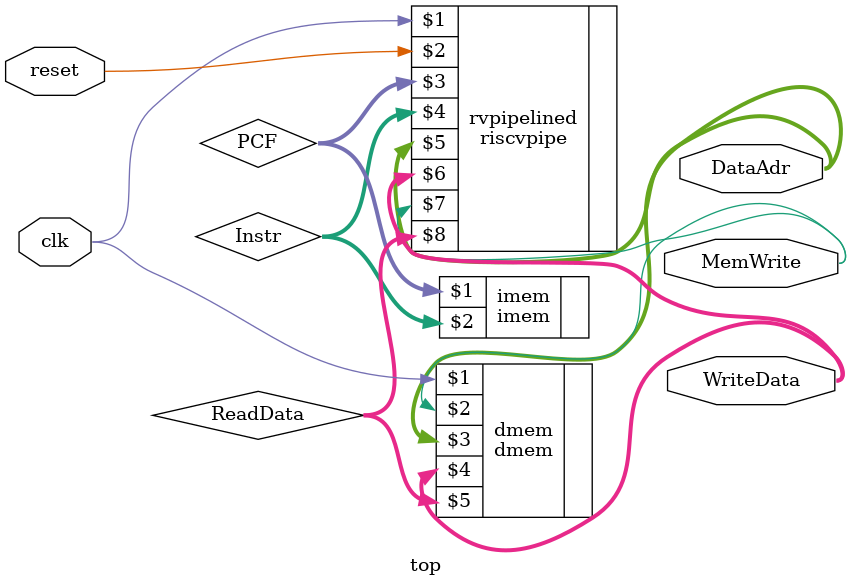
<source format=sv>

`timescale 1ns / 1ps


module top(
    input logic clk, reset,
    output logic [31:0] WriteData, DataAdr,
    output logic MemWrite
    );

    logic [31:0] PCF, Instr, ReadData;

    // instantiate processor and memories
    riscvpipe rvpipelined(clk, reset, PCF, Instr, DataAdr, WriteData, MemWrite, ReadData);

    imem imem(PCF, Instr);
    dmem dmem(clk, MemWrite, DataAdr, WriteData, ReadData);
endmodule

</source>
